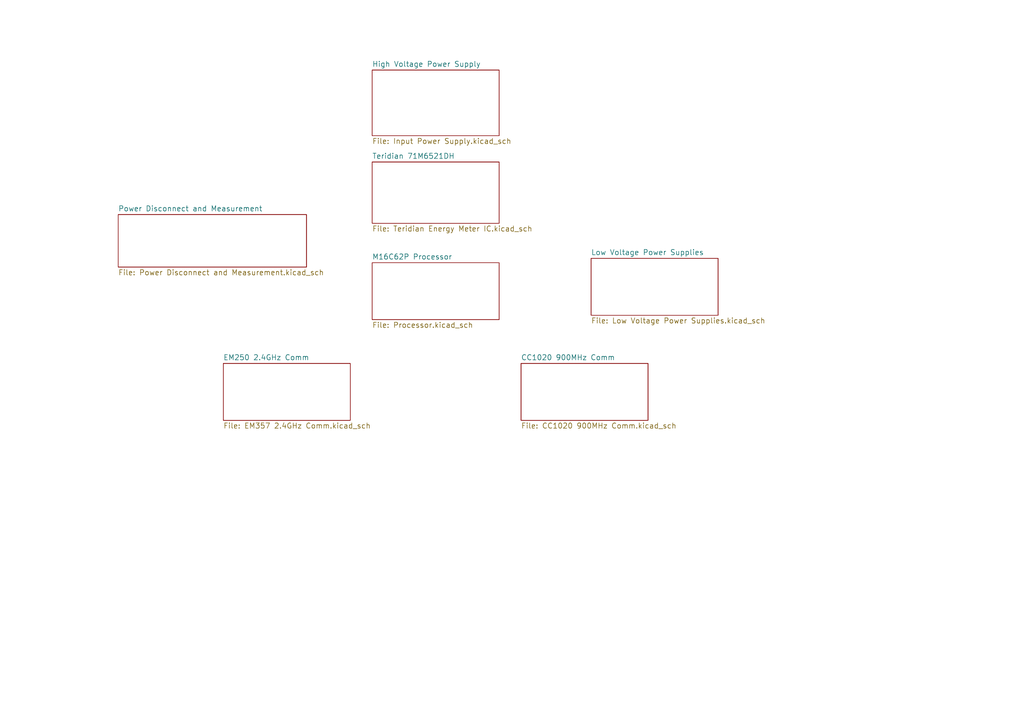
<source format=kicad_sch>
(kicad_sch
	(version 20231120)
	(generator "eeschema")
	(generator_version "8.0")
	(uuid "ea8f6901-e13c-498d-83f7-b701a5c4e46a")
	(paper "A4")
	(title_block
		(title "Landis Gyr Focus AXR-SD")
		(date "2016-09-10")
		(rev "0.1")
	)
	(lib_symbols)
	(sheet
		(at 107.95 20.32)
		(size 36.83 19.05)
		(fields_autoplaced yes)
		(stroke
			(width 0)
			(type solid)
		)
		(fill
			(color 0 0 0 0.0000)
		)
		(uuid "00000000-0000-0000-0000-000057d4d4c0")
		(property "Sheetname" "High Voltage Power Supply"
			(at 107.95 19.4814 0)
			(effects
				(font
					(size 1.524 1.524)
				)
				(justify left bottom)
			)
		)
		(property "Sheetfile" "Input Power Supply.kicad_sch"
			(at 107.95 40.0562 0)
			(effects
				(font
					(size 1.524 1.524)
				)
				(justify left top)
			)
		)
		(instances
			(project "Landis Gyr Focus AXR-SD_PCB-24-1082_REV-AE"
				(path "/ea8f6901-e13c-498d-83f7-b701a5c4e46a"
					(page "4")
				)
			)
		)
	)
	(sheet
		(at 107.95 46.99)
		(size 36.83 17.78)
		(fields_autoplaced yes)
		(stroke
			(width 0)
			(type solid)
		)
		(fill
			(color 0 0 0 0.0000)
		)
		(uuid "00000000-0000-0000-0000-000057d5e3dd")
		(property "Sheetname" "Teridian 71M6521DH"
			(at 107.95 46.1514 0)
			(effects
				(font
					(size 1.524 1.524)
				)
				(justify left bottom)
			)
		)
		(property "Sheetfile" "Teridian Energy Meter IC.kicad_sch"
			(at 107.95 65.4562 0)
			(effects
				(font
					(size 1.524 1.524)
				)
				(justify left top)
			)
		)
		(instances
			(project "Landis Gyr Focus AXR-SD_PCB-24-1082_REV-AE"
				(path "/ea8f6901-e13c-498d-83f7-b701a5c4e46a"
					(page "5")
				)
			)
		)
	)
	(sheet
		(at 107.95 76.2)
		(size 36.83 16.51)
		(fields_autoplaced yes)
		(stroke
			(width 0)
			(type solid)
		)
		(fill
			(color 0 0 0 0.0000)
		)
		(uuid "00000000-0000-0000-0000-000057d5e7b2")
		(property "Sheetname" "M16C62P Processor"
			(at 107.95 75.3614 0)
			(effects
				(font
					(size 1.524 1.524)
				)
				(justify left bottom)
			)
		)
		(property "Sheetfile" "Processor.kicad_sch"
			(at 107.95 93.3962 0)
			(effects
				(font
					(size 1.524 1.524)
				)
				(justify left top)
			)
		)
		(instances
			(project "Landis Gyr Focus AXR-SD_PCB-24-1082_REV-AE"
				(path "/ea8f6901-e13c-498d-83f7-b701a5c4e46a"
					(page "6")
				)
			)
		)
	)
	(sheet
		(at 151.13 105.41)
		(size 36.83 16.51)
		(fields_autoplaced yes)
		(stroke
			(width 0)
			(type solid)
		)
		(fill
			(color 0 0 0 0.0000)
		)
		(uuid "00000000-0000-0000-0000-000057d5e883")
		(property "Sheetname" "CC1020 900MHz Comm"
			(at 151.13 104.5714 0)
			(effects
				(font
					(size 1.524 1.524)
				)
				(justify left bottom)
			)
		)
		(property "Sheetfile" "CC1020 900MHz Comm.kicad_sch"
			(at 151.13 122.6062 0)
			(effects
				(font
					(size 1.524 1.524)
				)
				(justify left top)
			)
		)
		(instances
			(project "Landis Gyr Focus AXR-SD_PCB-24-1082_REV-AE"
				(path "/ea8f6901-e13c-498d-83f7-b701a5c4e46a"
					(page "7")
				)
			)
		)
	)
	(sheet
		(at 64.77 105.41)
		(size 36.83 16.51)
		(fields_autoplaced yes)
		(stroke
			(width 0)
			(type solid)
		)
		(fill
			(color 0 0 0 0.0000)
		)
		(uuid "00000000-0000-0000-0000-000057d5e886")
		(property "Sheetname" "EM250 2.4GHz Comm"
			(at 64.77 104.5714 0)
			(effects
				(font
					(size 1.524 1.524)
				)
				(justify left bottom)
			)
		)
		(property "Sheetfile" "EM357 2.4GHz Comm.kicad_sch"
			(at 64.77 122.6062 0)
			(effects
				(font
					(size 1.524 1.524)
				)
				(justify left top)
			)
		)
		(instances
			(project "Landis Gyr Focus AXR-SD_PCB-24-1082_REV-AE"
				(path "/ea8f6901-e13c-498d-83f7-b701a5c4e46a"
					(page "3")
				)
			)
		)
	)
	(sheet
		(at 34.29 62.23)
		(size 54.61 15.24)
		(fields_autoplaced yes)
		(stroke
			(width 0)
			(type solid)
		)
		(fill
			(color 0 0 0 0.0000)
		)
		(uuid "00000000-0000-0000-0000-000057d5e921")
		(property "Sheetname" "Power Disconnect and Measurement"
			(at 34.29 61.3914 0)
			(effects
				(font
					(size 1.524 1.524)
				)
				(justify left bottom)
			)
		)
		(property "Sheetfile" "Power Disconnect and Measurement.kicad_sch"
			(at 34.29 78.1562 0)
			(effects
				(font
					(size 1.524 1.524)
				)
				(justify left top)
			)
		)
		(instances
			(project "Landis Gyr Focus AXR-SD_PCB-24-1082_REV-AE"
				(path "/ea8f6901-e13c-498d-83f7-b701a5c4e46a"
					(page "2")
				)
			)
		)
	)
	(sheet
		(at 171.45 74.93)
		(size 36.83 16.51)
		(fields_autoplaced yes)
		(stroke
			(width 0)
			(type solid)
		)
		(fill
			(color 0 0 0 0.0000)
		)
		(uuid "00000000-0000-0000-0000-000057d5e9bc")
		(property "Sheetname" "Low Voltage Power Supplies"
			(at 171.45 74.0914 0)
			(effects
				(font
					(size 1.524 1.524)
				)
				(justify left bottom)
			)
		)
		(property "Sheetfile" "Low Voltage Power Supplies.kicad_sch"
			(at 171.45 92.1262 0)
			(effects
				(font
					(size 1.524 1.524)
				)
				(justify left top)
			)
		)
		(instances
			(project "Landis Gyr Focus AXR-SD_PCB-24-1082_REV-AE"
				(path "/ea8f6901-e13c-498d-83f7-b701a5c4e46a"
					(page "8")
				)
			)
		)
	)
	(sheet_instances
		(path "/"
			(page "1")
		)
	)
)

</source>
